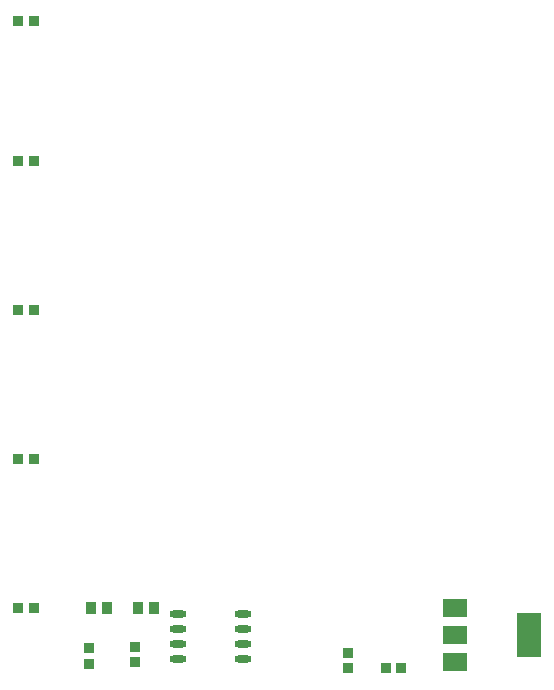
<source format=gbr>
%TF.GenerationSoftware,Altium Limited,Altium Designer,19.0.10 (269)*%
G04 Layer_Color=8421504*
%FSLAX26Y26*%
%MOIN*%
%TF.FileFunction,Paste,Top*%
%TF.Part,Single*%
G01*
G75*
%TA.AperFunction,SMDPad,CuDef*%
%ADD10R,0.035433X0.039370*%
%ADD11R,0.037402X0.033465*%
%ADD12R,0.033465X0.037402*%
%ADD13R,0.078740X0.149606*%
%ADD14R,0.078740X0.059055*%
%ADD15O,0.057087X0.023622*%
D10*
X613425Y295000D02*
D03*
X666575D02*
D03*
X821575D02*
D03*
X768425D02*
D03*
D11*
X1470000Y94409D02*
D03*
Y145591D02*
D03*
X760000Y165591D02*
D03*
Y114409D02*
D03*
X605000Y109409D02*
D03*
Y160590D02*
D03*
D12*
X1645591Y95000D02*
D03*
X1594409D02*
D03*
X420591Y295000D02*
D03*
X369409D02*
D03*
X420591Y791250D02*
D03*
X369409D02*
D03*
X420591Y1287500D02*
D03*
X369409D02*
D03*
X420591Y1783750D02*
D03*
X369409D02*
D03*
X420591Y2250000D02*
D03*
X369409D02*
D03*
D13*
X2073032Y205000D02*
D03*
D14*
X1825000Y114449D02*
D03*
Y205000D02*
D03*
Y295551D02*
D03*
D15*
X902717Y275000D02*
D03*
Y225000D02*
D03*
Y175000D02*
D03*
Y125000D02*
D03*
X1117284Y275000D02*
D03*
Y225000D02*
D03*
Y175000D02*
D03*
Y125000D02*
D03*
%TF.MD5,5bf55f1ccbaa0c14b9158088dff98ac5*%
M02*

</source>
